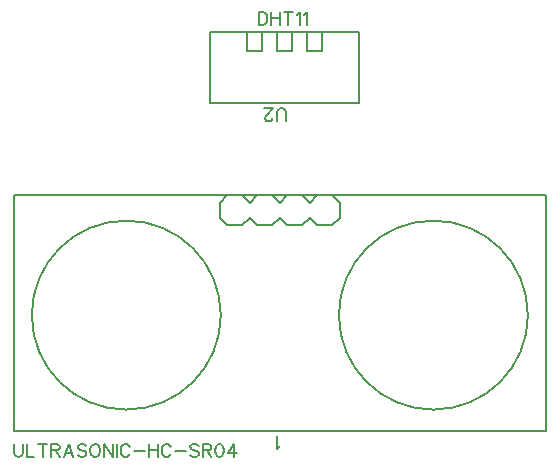
<source format=gto>
G04 Layer: TopSilkscreenLayer*
G04 EasyEDA v6.5.5, 2022-05-19 09:40:35*
G04 cccee4e8604c442182ae7a2f59335eea,d4d611e81e4947998488be7877915955,10*
G04 Gerber Generator version 0.2*
G04 Scale: 100 percent, Rotated: No, Reflected: No *
G04 Dimensions in millimeters *
G04 leading zeros omitted , absolute positions ,4 integer and 5 decimal *
%FSLAX45Y45*%
%MOMM*%

%ADD17C,0.1270*%
%ADD18C,0.2032*%
%ADD19C,0.1524*%

%LPD*%
D19*
X2806700Y1385315D02*
G01*
X2806700Y1307337D01*
X2811779Y1291844D01*
X2822193Y1281429D01*
X2837941Y1276350D01*
X2848356Y1276350D01*
X2863850Y1281429D01*
X2874263Y1291844D01*
X2879343Y1307337D01*
X2879343Y1385315D01*
X2913634Y1385315D02*
G01*
X2913634Y1276350D01*
X2913634Y1276350D02*
G01*
X2976118Y1276350D01*
X3046729Y1385315D02*
G01*
X3046729Y1276350D01*
X3010408Y1385315D02*
G01*
X3083052Y1385315D01*
X3117341Y1385315D02*
G01*
X3117341Y1276350D01*
X3117341Y1385315D02*
G01*
X3164077Y1385315D01*
X3179825Y1380236D01*
X3184906Y1374902D01*
X3190240Y1364487D01*
X3190240Y1354073D01*
X3184906Y1343660D01*
X3179825Y1338579D01*
X3164077Y1333500D01*
X3117341Y1333500D01*
X3153663Y1333500D02*
G01*
X3190240Y1276350D01*
X3265931Y1385315D02*
G01*
X3224529Y1276350D01*
X3265931Y1385315D02*
G01*
X3307588Y1276350D01*
X3240024Y1312671D02*
G01*
X3291840Y1312671D01*
X3414522Y1369821D02*
G01*
X3404108Y1380236D01*
X3388613Y1385315D01*
X3367786Y1385315D01*
X3352291Y1380236D01*
X3341877Y1369821D01*
X3341877Y1359407D01*
X3346958Y1348994D01*
X3352291Y1343660D01*
X3362706Y1338579D01*
X3393693Y1328165D01*
X3404108Y1323086D01*
X3409441Y1317752D01*
X3414522Y1307337D01*
X3414522Y1291844D01*
X3404108Y1281429D01*
X3388613Y1276350D01*
X3367786Y1276350D01*
X3352291Y1281429D01*
X3341877Y1291844D01*
X3480054Y1385315D02*
G01*
X3469640Y1380236D01*
X3459225Y1369821D01*
X3454145Y1359407D01*
X3448811Y1343660D01*
X3448811Y1317752D01*
X3454145Y1302257D01*
X3459225Y1291844D01*
X3469640Y1281429D01*
X3480054Y1276350D01*
X3500881Y1276350D01*
X3511295Y1281429D01*
X3521709Y1291844D01*
X3526790Y1302257D01*
X3531870Y1317752D01*
X3531870Y1343660D01*
X3526790Y1359407D01*
X3521709Y1369821D01*
X3511295Y1380236D01*
X3500881Y1385315D01*
X3480054Y1385315D01*
X3566159Y1385315D02*
G01*
X3566159Y1276350D01*
X3566159Y1385315D02*
G01*
X3639058Y1276350D01*
X3639058Y1385315D02*
G01*
X3639058Y1276350D01*
X3673347Y1385315D02*
G01*
X3673347Y1276350D01*
X3785615Y1359407D02*
G01*
X3780281Y1369821D01*
X3769868Y1380236D01*
X3759454Y1385315D01*
X3738879Y1385315D01*
X3728465Y1380236D01*
X3718052Y1369821D01*
X3712718Y1359407D01*
X3707638Y1343660D01*
X3707638Y1317752D01*
X3712718Y1302257D01*
X3718052Y1291844D01*
X3728465Y1281429D01*
X3738879Y1276350D01*
X3759454Y1276350D01*
X3769868Y1281429D01*
X3780281Y1291844D01*
X3785615Y1302257D01*
X3819906Y1323086D02*
G01*
X3913377Y1323086D01*
X3947668Y1385315D02*
G01*
X3947668Y1276350D01*
X4020311Y1385315D02*
G01*
X4020311Y1276350D01*
X3947668Y1333500D02*
G01*
X4020311Y1333500D01*
X4132579Y1359407D02*
G01*
X4127500Y1369821D01*
X4117086Y1380236D01*
X4106672Y1385315D01*
X4085843Y1385315D01*
X4075429Y1380236D01*
X4065015Y1369821D01*
X4059936Y1359407D01*
X4054602Y1343660D01*
X4054602Y1317752D01*
X4059936Y1302257D01*
X4065015Y1291844D01*
X4075429Y1281429D01*
X4085843Y1276350D01*
X4106672Y1276350D01*
X4117086Y1281429D01*
X4127500Y1291844D01*
X4132579Y1302257D01*
X4166870Y1323086D02*
G01*
X4260341Y1323086D01*
X4367529Y1369821D02*
G01*
X4357115Y1380236D01*
X4341368Y1385315D01*
X4320540Y1385315D01*
X4305045Y1380236D01*
X4294631Y1369821D01*
X4294631Y1359407D01*
X4299965Y1348994D01*
X4305045Y1343660D01*
X4315459Y1338579D01*
X4346702Y1328165D01*
X4357115Y1323086D01*
X4362195Y1317752D01*
X4367529Y1307337D01*
X4367529Y1291844D01*
X4357115Y1281429D01*
X4341368Y1276350D01*
X4320540Y1276350D01*
X4305045Y1281429D01*
X4294631Y1291844D01*
X4401820Y1385315D02*
G01*
X4401820Y1276350D01*
X4401820Y1385315D02*
G01*
X4448556Y1385315D01*
X4464050Y1380236D01*
X4469129Y1374902D01*
X4474463Y1364487D01*
X4474463Y1354073D01*
X4469129Y1343660D01*
X4464050Y1338579D01*
X4448556Y1333500D01*
X4401820Y1333500D01*
X4438141Y1333500D02*
G01*
X4474463Y1276350D01*
X4539995Y1385315D02*
G01*
X4524247Y1380236D01*
X4513834Y1364487D01*
X4508754Y1338579D01*
X4508754Y1323086D01*
X4513834Y1296923D01*
X4524247Y1281429D01*
X4539995Y1276350D01*
X4550409Y1276350D01*
X4565904Y1281429D01*
X4576318Y1296923D01*
X4581397Y1323086D01*
X4581397Y1338579D01*
X4576318Y1364487D01*
X4565904Y1380236D01*
X4550409Y1385315D01*
X4539995Y1385315D01*
X4667758Y1385315D02*
G01*
X4615688Y1312671D01*
X4693665Y1312671D01*
X4667758Y1385315D02*
G01*
X4667758Y1276350D01*
X5054600Y1366012D02*
G01*
X5044186Y1360678D01*
X5028691Y1345184D01*
X5028691Y1454150D01*
X4876800Y5042915D02*
G01*
X4876800Y4933950D01*
X4876800Y5042915D02*
G01*
X4913122Y5042915D01*
X4928870Y5037836D01*
X4939029Y5027421D01*
X4944363Y5017007D01*
X4949443Y5001260D01*
X4949443Y4975352D01*
X4944363Y4959857D01*
X4939029Y4949444D01*
X4928870Y4939029D01*
X4913122Y4933950D01*
X4876800Y4933950D01*
X4983734Y5042915D02*
G01*
X4983734Y4933950D01*
X5056631Y5042915D02*
G01*
X5056631Y4933950D01*
X4983734Y4991100D02*
G01*
X5056631Y4991100D01*
X5127243Y5042915D02*
G01*
X5127243Y4933950D01*
X5090922Y5042915D02*
G01*
X5163565Y5042915D01*
X5197856Y5022087D02*
G01*
X5208270Y5027421D01*
X5223763Y5042915D01*
X5223763Y4933950D01*
X5258054Y5022087D02*
G01*
X5268468Y5027421D01*
X5284215Y5042915D01*
X5284215Y4933950D01*
X5104638Y4118386D02*
G01*
X5104638Y4196364D01*
X5099558Y4211858D01*
X5089143Y4222272D01*
X5073395Y4227352D01*
X5062981Y4227352D01*
X5047488Y4222272D01*
X5037074Y4211858D01*
X5031993Y4196364D01*
X5031993Y4118386D01*
X4992370Y4144294D02*
G01*
X4992370Y4139214D01*
X4987290Y4128800D01*
X4981956Y4123466D01*
X4971541Y4118386D01*
X4950968Y4118386D01*
X4940554Y4123466D01*
X4935220Y4128800D01*
X4930140Y4139214D01*
X4930140Y4149628D01*
X4935220Y4160042D01*
X4945634Y4175536D01*
X4997704Y4227352D01*
X4924806Y4227352D01*
D17*
X7304582Y1496491D02*
G01*
X2804617Y1496491D01*
X2804617Y3496487D01*
X7304582Y3496487D01*
X7304582Y1496491D01*
X5562600Y3302000D02*
G01*
X5499100Y3238500D01*
X5372100Y3238500D01*
X5308600Y3302000D01*
X5245100Y3238500D01*
X5118100Y3238500D01*
X5054600Y3302000D01*
X4991100Y3238500D01*
X4864100Y3238500D01*
X4800600Y3302000D01*
X4737100Y3238500D01*
X4610100Y3238500D01*
X4546600Y3302000D01*
X4546600Y3429000D01*
X4610100Y3492500D01*
X4737100Y3492500D01*
X4800600Y3429000D01*
X4864100Y3492500D01*
X4991100Y3492500D01*
X5054600Y3429000D01*
X5118100Y3492500D01*
X5245100Y3492500D01*
X5308600Y3429000D01*
X5372100Y3492500D01*
X5499100Y3492500D01*
X5562600Y3429000D01*
X5562600Y3302000D01*
D18*
X4775200Y4876576D02*
G01*
X4775200Y4717064D01*
X4902200Y4717064D01*
X4902200Y4876576D01*
X5029200Y4876576D02*
G01*
X5029200Y4717064D01*
X5156200Y4717064D01*
X5156200Y4876576D01*
X5283200Y4876576D02*
G01*
X5283200Y4717064D01*
X5410200Y4717064D01*
X5410200Y4876576D01*
X5723636Y4876576D02*
G01*
X4711700Y4876576D01*
X4461763Y4876576D01*
X4461763Y4872512D02*
G01*
X4461763Y4526564D01*
X4461763Y4276628D01*
X4711700Y4276628D01*
X5723636Y4276628D01*
X5723636Y4526564D01*
X5723636Y4872512D01*
D17*
G75*
G01*
X5554599Y2476500D02*
G03*
X5554599Y2477338I799998J419D01*
G75*
G01*
X2954604Y2476500D02*
G03*
X2954604Y2477338I799998J419D01*
M02*

</source>
